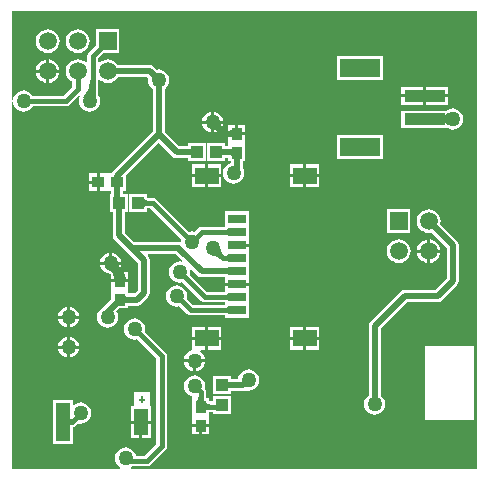
<source format=gbl>
%FSLAX24Y24*%
%MOIN*%
G70*
G01*
G75*
G04 Layer_Physical_Order=2*
G04 Layer_Color=16711680*
%ADD10C,0.0120*%
%ADD11C,0.0200*%
%ADD12C,0.0150*%
%ADD13R,0.0394X0.0374*%
%ADD14O,0.0866X0.0236*%
%ADD15O,0.0236X0.0807*%
%ADD16O,0.0807X0.0236*%
%ADD17O,0.0551X0.0177*%
G04:AMPARAMS|DCode=18|XSize=83mil|YSize=55mil|CornerRadius=13.8mil|HoleSize=0mil|Usage=FLASHONLY|Rotation=180.000|XOffset=0mil|YOffset=0mil|HoleType=Round|Shape=RoundedRectangle|*
%AMROUNDEDRECTD18*
21,1,0.0830,0.0275,0,0,180.0*
21,1,0.0555,0.0550,0,0,180.0*
1,1,0.0275,-0.0278,0.0138*
1,1,0.0275,0.0278,0.0138*
1,1,0.0275,0.0278,-0.0138*
1,1,0.0275,-0.0278,-0.0138*
%
%ADD18ROUNDEDRECTD18*%
%ADD19R,0.0394X0.0394*%
%ADD20R,0.1496X0.0984*%
%ADD21R,0.0551X0.0197*%
%ADD22R,0.0374X0.0394*%
%ADD23R,0.0433X0.0236*%
G04:AMPARAMS|DCode=24|XSize=94.5mil|YSize=59.1mil|CornerRadius=14.8mil|HoleSize=0mil|Usage=FLASHONLY|Rotation=0.000|XOffset=0mil|YOffset=0mil|HoleType=Round|Shape=RoundedRectangle|*
%AMROUNDEDRECTD24*
21,1,0.0945,0.0295,0,0,0.0*
21,1,0.0650,0.0591,0,0,0.0*
1,1,0.0295,0.0325,-0.0148*
1,1,0.0295,-0.0325,-0.0148*
1,1,0.0295,-0.0325,0.0148*
1,1,0.0295,0.0325,0.0148*
%
%ADD24ROUNDEDRECTD24*%
%ADD25R,0.0512X0.0276*%
%ADD26R,0.0394X0.0394*%
%ADD27R,0.0472X0.0768*%
%ADD28R,0.0591X0.0591*%
%ADD29C,0.0591*%
%ADD30R,0.0591X0.0591*%
%ADD31C,0.0500*%
%ADD32R,0.0472X0.0866*%
%ADD33R,0.0472X0.1260*%
%ADD34R,0.1339X0.0591*%
%ADD35R,0.1378X0.0394*%
%ADD36R,0.0787X0.0571*%
%ADD37R,0.0591X0.0315*%
G36*
X15600Y100D02*
X4097D01*
X4086Y131D01*
X4115Y172D01*
X4600D01*
X4668Y185D01*
X4726Y224D01*
X5226Y724D01*
X5226Y724D01*
X5246Y753D01*
X5265Y782D01*
X5278Y850D01*
X5278Y850D01*
Y3850D01*
X5265Y3918D01*
X5226Y3976D01*
X4541Y4661D01*
X4553Y4750D01*
X4541Y4841D01*
X4506Y4927D01*
X4450Y5000D01*
X4377Y5056D01*
X4291Y5091D01*
X4200Y5103D01*
X4109Y5091D01*
X4023Y5056D01*
X3950Y5000D01*
X3894Y4927D01*
X3859Y4841D01*
X3847Y4750D01*
X3859Y4659D01*
X3894Y4573D01*
X3950Y4500D01*
X4023Y4444D01*
X4109Y4409D01*
X4200Y4397D01*
X4289Y4409D01*
X4922Y3776D01*
Y924D01*
X4526Y528D01*
X4243D01*
X4241Y541D01*
X4206Y627D01*
X4150Y700D01*
X4077Y756D01*
X3991Y791D01*
X3900Y803D01*
X3809Y791D01*
X3723Y756D01*
X3650Y700D01*
X3594Y627D01*
X3559Y541D01*
X3547Y450D01*
X3559Y359D01*
X3594Y273D01*
X3650Y200D01*
X3719Y147D01*
X3703Y100D01*
X100D01*
Y12325D01*
X106Y12325D01*
Y12325D01*
X150Y12328D01*
X159Y12259D01*
X194Y12173D01*
X250Y12100D01*
X323Y12044D01*
X409Y12009D01*
X500Y11997D01*
X591Y12009D01*
X677Y12044D01*
X750Y12100D01*
X804Y12172D01*
X1900D01*
X1968Y12185D01*
X2026Y12224D01*
X2350Y12548D01*
X2392Y12520D01*
X2359Y12441D01*
X2347Y12350D01*
X2359Y12259D01*
X2394Y12173D01*
X2450Y12100D01*
X2523Y12044D01*
X2609Y12009D01*
X2700Y11997D01*
X2791Y12009D01*
X2877Y12044D01*
X2950Y12100D01*
X3006Y12173D01*
X3041Y12259D01*
X3053Y12350D01*
X3041Y12441D01*
X3006Y12527D01*
X2978Y12562D01*
Y12640D01*
X2980Y12652D01*
X2978D01*
Y13003D01*
X2980Y13014D01*
X2978D01*
Y13042D01*
X3023Y13064D01*
X3101Y13005D01*
X3197Y12965D01*
X3300Y12951D01*
X3403Y12965D01*
X3499Y13005D01*
X3582Y13068D01*
X3642Y13146D01*
X4616D01*
X4654Y13107D01*
X4647Y13050D01*
X4659Y12959D01*
X4694Y12873D01*
X4750Y12800D01*
X4796Y12765D01*
Y11334D01*
X3471Y10009D01*
X3427Y9943D01*
X3425Y9937D01*
X3318D01*
D01*
D01*
X3318Y9937D01*
X3282D01*
Y9937D01*
X3035D01*
Y9650D01*
Y9363D01*
X3282D01*
Y9363D01*
X3282D01*
X3282Y9363D01*
X3318D01*
Y9363D01*
X3411D01*
Y9247D01*
X3378D01*
Y8653D01*
X3471D01*
Y7875D01*
X3471Y7875D01*
X3471D01*
X3487Y7797D01*
X3531Y7731D01*
X3956Y7306D01*
X3956D01*
X3956Y7306D01*
X4296Y6966D01*
Y6034D01*
X4201Y5939D01*
X3987D01*
Y6032D01*
D01*
Y6032D01*
X3987Y6032D01*
Y6068D01*
X3987D01*
Y6315D01*
X3413D01*
Y6068D01*
X3413Y6068D01*
X3413Y6032D01*
X3413D01*
Y5736D01*
X3156Y5479D01*
X3146Y5465D01*
X3123Y5456D01*
X3050Y5400D01*
X2994Y5327D01*
X2959Y5241D01*
X2947Y5150D01*
X2959Y5059D01*
X2994Y4973D01*
X3050Y4900D01*
X3123Y4844D01*
X3209Y4809D01*
X3300Y4797D01*
X3391Y4809D01*
X3477Y4844D01*
X3550Y4900D01*
X3606Y4973D01*
X3641Y5059D01*
X3653Y5150D01*
X3641Y5241D01*
X3606Y5327D01*
X3594Y5341D01*
X3692Y5438D01*
X3987D01*
Y5531D01*
X4285D01*
X4363Y5547D01*
X4429Y5591D01*
X4644Y5806D01*
X4688Y5872D01*
X4704Y5950D01*
Y7050D01*
X4688Y7128D01*
X4644Y7194D01*
X4638Y7200D01*
X4658Y7246D01*
X5579D01*
X5786Y7039D01*
X5764Y6995D01*
X5700Y7003D01*
X5609Y6991D01*
X5523Y6956D01*
X5450Y6900D01*
X5394Y6827D01*
X5359Y6741D01*
X5347Y6650D01*
X5359Y6559D01*
X5394Y6473D01*
X5450Y6400D01*
X5523Y6344D01*
X5609Y6309D01*
X5700Y6297D01*
X5789Y6309D01*
X6406Y5692D01*
X6464Y5653D01*
X6532Y5640D01*
X7228D01*
Y5563D01*
X6139D01*
X5941Y5761D01*
X5953Y5850D01*
X5941Y5941D01*
X5906Y6027D01*
X5850Y6100D01*
X5777Y6156D01*
X5691Y6191D01*
X5600Y6203D01*
X5509Y6191D01*
X5423Y6156D01*
X5350Y6100D01*
X5294Y6027D01*
X5259Y5941D01*
X5247Y5850D01*
X5259Y5759D01*
X5294Y5673D01*
X5350Y5600D01*
X5423Y5544D01*
X5509Y5509D01*
X5600Y5497D01*
X5689Y5509D01*
X5939Y5259D01*
X5997Y5220D01*
X6065Y5207D01*
X7228D01*
Y5128D01*
X8019D01*
Y5561D01*
Y5994D01*
Y6201D01*
X7228D01*
Y6076D01*
Y5997D01*
X6606D01*
X6041Y6561D01*
X6053Y6650D01*
X6045Y6714D01*
X6089Y6736D01*
X6285Y6540D01*
X6351Y6496D01*
X6429Y6480D01*
X7228D01*
Y6427D01*
Y6301D01*
X8019D01*
Y6427D01*
Y6860D01*
Y7293D01*
Y7500D01*
X7624D01*
Y7600D01*
X8019D01*
Y7726D01*
Y8159D01*
Y8674D01*
X7228D01*
Y8162D01*
X6433D01*
X6365Y8148D01*
X6307Y8110D01*
X6307Y8110D01*
X6189Y7991D01*
X6100Y8003D01*
X6011Y7991D01*
X4926Y9076D01*
X4868Y9115D01*
X4800Y9128D01*
X4622D01*
Y9247D01*
X4028D01*
Y8653D01*
X4622D01*
Y8772D01*
X4726D01*
X5759Y7739D01*
X5751Y7677D01*
X5710Y7648D01*
X5682Y7654D01*
X4184D01*
X3879Y7959D01*
Y8653D01*
X3972D01*
Y9247D01*
X3819D01*
Y9363D01*
X3912D01*
Y9873D01*
X5000Y10962D01*
X5456Y10506D01*
X5522Y10462D01*
X5600Y10446D01*
X5978D01*
Y10353D01*
X6572D01*
Y10947D01*
X5978D01*
Y10854D01*
X5684D01*
X5204Y11334D01*
Y12765D01*
X5250Y12800D01*
X5306Y12873D01*
X5341Y12959D01*
X5353Y13050D01*
X5341Y13141D01*
X5306Y13227D01*
X5250Y13300D01*
X5177Y13356D01*
X5091Y13391D01*
X5000Y13403D01*
X4943Y13396D01*
X4844Y13494D01*
X4778Y13538D01*
X4700Y13554D01*
X3642D01*
X3582Y13632D01*
X3499Y13695D01*
X3403Y13735D01*
X3300Y13749D01*
X3197Y13735D01*
X3101Y13695D01*
X3023Y13636D01*
X2978Y13658D01*
Y13776D01*
X3157Y13955D01*
X3695D01*
Y14745D01*
X2905D01*
Y14207D01*
X2674Y13976D01*
X2635Y13918D01*
X2622Y13850D01*
Y13658D01*
X2577Y13636D01*
X2499Y13695D01*
X2403Y13735D01*
X2300Y13749D01*
X2197Y13735D01*
X2101Y13695D01*
X2018Y13632D01*
X1955Y13549D01*
X1915Y13453D01*
X1901Y13350D01*
X1915Y13247D01*
X1955Y13151D01*
X2018Y13068D01*
X2101Y13005D01*
X2122Y12996D01*
Y12824D01*
X1826Y12528D01*
X804D01*
X750Y12600D01*
X677Y12656D01*
X591Y12691D01*
X500Y12703D01*
X409Y12691D01*
X323Y12656D01*
X250Y12600D01*
X194Y12527D01*
X159Y12441D01*
X150Y12372D01*
X106Y12375D01*
Y12375D01*
X100Y12375D01*
Y15350D01*
X15600D01*
Y100D01*
D02*
G37*
%LPC*%
G36*
X9818Y4835D02*
X9374D01*
Y4500D01*
X9818D01*
Y4835D01*
D02*
G37*
G36*
X10361D02*
X9918D01*
Y4500D01*
X10361D01*
Y4835D01*
D02*
G37*
G36*
X1950Y5100D02*
X1654D01*
X1659Y5059D01*
X1694Y4973D01*
X1750Y4900D01*
X1823Y4844D01*
X1909Y4809D01*
X1950Y4804D01*
Y5100D01*
D02*
G37*
G36*
X7094Y4835D02*
X6650D01*
Y4500D01*
X7094D01*
Y4835D01*
D02*
G37*
G36*
X2050Y4496D02*
Y4200D01*
X2346D01*
X2341Y4241D01*
X2306Y4327D01*
X2250Y4400D01*
X2177Y4456D01*
X2091Y4491D01*
X2050Y4496D01*
D02*
G37*
G36*
X6550Y4835D02*
X6106D01*
Y4500D01*
X6550D01*
Y4835D01*
D02*
G37*
G36*
X1950Y4496D02*
X1909Y4491D01*
X1823Y4456D01*
X1750Y4400D01*
X1694Y4327D01*
X1659Y4241D01*
X1654Y4200D01*
X1950D01*
Y4496D01*
D02*
G37*
G36*
X2346Y5100D02*
X2050D01*
Y4804D01*
X2091Y4809D01*
X2177Y4844D01*
X2250Y4900D01*
X2306Y4973D01*
X2341Y5059D01*
X2346Y5100D01*
D02*
G37*
G36*
X13950Y7300D02*
X13608D01*
X13615Y7247D01*
X13655Y7151D01*
X13718Y7068D01*
X13801Y7005D01*
X13897Y6965D01*
X13950Y6958D01*
Y7300D01*
D02*
G37*
G36*
X13000Y7749D02*
X12897Y7735D01*
X12801Y7695D01*
X12718Y7632D01*
X12655Y7549D01*
X12615Y7453D01*
X12601Y7350D01*
X12615Y7247D01*
X12655Y7151D01*
X12718Y7068D01*
X12801Y7005D01*
X12897Y6965D01*
X13000Y6951D01*
X13103Y6965D01*
X13199Y7005D01*
X13282Y7068D01*
X13345Y7151D01*
X13385Y7247D01*
X13399Y7350D01*
X13385Y7453D01*
X13345Y7549D01*
X13282Y7632D01*
X13199Y7695D01*
X13103Y7735D01*
X13000Y7749D01*
D02*
G37*
G36*
X3350Y7296D02*
X3309Y7291D01*
X3223Y7256D01*
X3150Y7200D01*
X3094Y7127D01*
X3059Y7041D01*
X3054Y7000D01*
X3350D01*
Y7296D01*
D02*
G37*
G36*
X14392Y7300D02*
X14050D01*
Y6958D01*
X14103Y6965D01*
X14199Y7005D01*
X14282Y7068D01*
X14345Y7151D01*
X14385Y7247D01*
X14392Y7300D01*
D02*
G37*
G36*
X2050Y5496D02*
Y5200D01*
X2346D01*
X2341Y5241D01*
X2306Y5327D01*
X2250Y5400D01*
X2177Y5456D01*
X2091Y5491D01*
X2050Y5496D01*
D02*
G37*
G36*
X1950D02*
X1909Y5491D01*
X1823Y5456D01*
X1750Y5400D01*
X1694Y5327D01*
X1659Y5241D01*
X1654Y5200D01*
X1950D01*
Y5496D01*
D02*
G37*
G36*
X3746Y6900D02*
X3054D01*
X3059Y6859D01*
X3094Y6773D01*
X3150Y6700D01*
X3223Y6644D01*
X3309Y6609D01*
X3400Y6597D01*
X3413Y6586D01*
Y6415D01*
X3987D01*
Y6662D01*
X3677D01*
X3654Y6707D01*
X3706Y6773D01*
X3741Y6859D01*
X3746Y6900D01*
D02*
G37*
G36*
X14000Y8749D02*
X13897Y8735D01*
X13801Y8695D01*
X13718Y8632D01*
X13655Y8549D01*
X13615Y8453D01*
X13601Y8350D01*
X13615Y8247D01*
X13655Y8151D01*
X13718Y8068D01*
X13801Y8005D01*
X13897Y7965D01*
X14000Y7951D01*
X14097Y7964D01*
X14596Y7466D01*
Y6434D01*
X14216Y6054D01*
X13200D01*
X13200Y6054D01*
X13122Y6038D01*
X13056Y5994D01*
X13056Y5994D01*
X12056Y4994D01*
X12012Y4928D01*
X11996Y4850D01*
Y2535D01*
X11950Y2500D01*
X11894Y2427D01*
X11859Y2341D01*
X11847Y2250D01*
X11859Y2159D01*
X11894Y2073D01*
X11950Y2000D01*
X12023Y1944D01*
X12109Y1909D01*
X12200Y1897D01*
X12291Y1909D01*
X12377Y1944D01*
X12450Y2000D01*
X12506Y2073D01*
X12541Y2159D01*
X12553Y2250D01*
X12541Y2341D01*
X12506Y2427D01*
X12450Y2500D01*
X12404Y2535D01*
Y4766D01*
X13284Y5646D01*
X14300D01*
X14378Y5662D01*
X14444Y5706D01*
X14444Y5706D01*
X14444Y5706D01*
X14944Y6206D01*
X14988Y6272D01*
X15004Y6350D01*
X15004Y6350D01*
X15004Y6350D01*
Y6350D01*
Y7550D01*
X14988Y7628D01*
X14944Y7694D01*
X14386Y8253D01*
X14399Y8350D01*
X14385Y8453D01*
X14345Y8549D01*
X14282Y8632D01*
X14199Y8695D01*
X14103Y8735D01*
X14000Y8749D01*
D02*
G37*
G36*
X4707Y2656D02*
X4180D01*
Y2183D01*
X4063D01*
Y1700D01*
X4735D01*
Y2183D01*
X4707D01*
Y2656D01*
D02*
G37*
G36*
X2137Y2380D02*
X1465D01*
Y920D01*
X2137D01*
Y1479D01*
X2168Y1485D01*
X2226Y1524D01*
X2311Y1609D01*
X2400Y1597D01*
X2491Y1609D01*
X2577Y1644D01*
X2650Y1700D01*
X2706Y1773D01*
X2741Y1859D01*
X2753Y1950D01*
X2741Y2041D01*
X2706Y2127D01*
X2650Y2200D01*
X2577Y2256D01*
X2491Y2291D01*
X2400Y2303D01*
X2309Y2291D01*
X2223Y2256D01*
X2182Y2224D01*
X2137Y2246D01*
Y2380D01*
D02*
G37*
G36*
X6200Y3203D02*
X6109Y3191D01*
X6023Y3156D01*
X5950Y3100D01*
X5894Y3027D01*
X5859Y2941D01*
X5847Y2850D01*
X5859Y2759D01*
X5894Y2673D01*
X5950Y2600D01*
X6023Y2544D01*
X6109Y2509D01*
X6113Y2508D01*
Y2462D01*
X6113D01*
Y1868D01*
X6113Y1868D01*
X6113Y1832D01*
X6113D01*
Y1585D01*
X6687D01*
Y1832D01*
D01*
Y1832D01*
X6687Y1832D01*
Y1868D01*
X6687D01*
Y1987D01*
X6803D01*
Y1928D01*
X7397D01*
Y2522D01*
X6803D01*
Y2343D01*
X6687D01*
Y2462D01*
X6578D01*
Y2650D01*
X6578Y2650D01*
X6565Y2718D01*
X6546Y2747D01*
X6540Y2756D01*
X6541Y2759D01*
X6553Y2850D01*
X6541Y2941D01*
X6506Y3027D01*
X6450Y3100D01*
X6377Y3156D01*
X6291Y3191D01*
X6200Y3203D01*
D02*
G37*
G36*
X15502Y4192D02*
X13884D01*
Y1708D01*
X15502D01*
Y4192D01*
D02*
G37*
G36*
X4735Y1600D02*
X4449D01*
Y1117D01*
X4735D01*
Y1600D01*
D02*
G37*
G36*
X4349D02*
X4063D01*
Y1117D01*
X4349D01*
Y1600D01*
D02*
G37*
G36*
X6687Y1485D02*
X6450D01*
Y1238D01*
X6687D01*
Y1485D01*
D02*
G37*
G36*
X6350D02*
X6113D01*
Y1238D01*
X6350D01*
Y1485D01*
D02*
G37*
G36*
X8000Y3403D02*
X7909Y3391D01*
X7823Y3356D01*
X7750Y3300D01*
X7694Y3227D01*
X7659Y3141D01*
X7651Y3079D01*
X7397D01*
Y3172D01*
X6803D01*
Y2578D01*
X7397D01*
Y2671D01*
X7825D01*
X7903Y2686D01*
X7932Y2706D01*
X8000Y2697D01*
X8091Y2709D01*
X8177Y2744D01*
X8250Y2800D01*
X8306Y2873D01*
X8341Y2959D01*
X8353Y3050D01*
X8341Y3141D01*
X8306Y3227D01*
X8250Y3300D01*
X8177Y3356D01*
X8091Y3391D01*
X8000Y3403D01*
D02*
G37*
G36*
X7094Y4400D02*
X6650D01*
Y4054D01*
X7094Y4065D01*
X7094D01*
Y4400D01*
D02*
G37*
G36*
X6550D02*
X6106D01*
Y4079D01*
X6106Y4079D01*
X6106Y4079D01*
X6106Y4065D01*
X6109Y4042D01*
X6109Y4041D01*
X6109Y4041D01*
Y4041D01*
Y4041D01*
X6109D01*
D01*
X6023Y4006D01*
X5950Y3950D01*
X5894Y3877D01*
X5859Y3791D01*
X5854Y3750D01*
X6546D01*
X6541Y3791D01*
X6506Y3877D01*
X6450Y3950D01*
X6383Y4000D01*
X6399Y4048D01*
X6550Y4052D01*
Y4400D01*
D02*
G37*
G36*
X10361D02*
X9918D01*
Y4065D01*
X10361D01*
Y4400D01*
D02*
G37*
G36*
X9818D02*
X9374D01*
Y4065D01*
X9818D01*
Y4400D01*
D02*
G37*
G36*
X6546Y3650D02*
X6250D01*
Y3354D01*
X6291Y3359D01*
X6377Y3394D01*
X6450Y3450D01*
X6506Y3523D01*
X6541Y3609D01*
X6546Y3650D01*
D02*
G37*
G36*
X6150D02*
X5854D01*
X5859Y3609D01*
X5894Y3523D01*
X5950Y3450D01*
X6023Y3394D01*
X6109Y3359D01*
X6150Y3354D01*
Y3650D01*
D02*
G37*
G36*
X2346Y4100D02*
X2050D01*
Y3804D01*
X2091Y3809D01*
X2177Y3844D01*
X2250Y3900D01*
X2306Y3973D01*
X2341Y4059D01*
X2346Y4100D01*
D02*
G37*
G36*
X1950D02*
X1654D01*
X1659Y4059D01*
X1694Y3973D01*
X1750Y3900D01*
X1823Y3844D01*
X1909Y3809D01*
X1950Y3804D01*
Y4100D01*
D02*
G37*
G36*
X3450Y7296D02*
Y7000D01*
X3746D01*
X3741Y7041D01*
X3706Y7127D01*
X3650Y7200D01*
X3577Y7256D01*
X3491Y7291D01*
X3450Y7296D01*
D02*
G37*
G36*
X13815Y12475D02*
X13076D01*
Y12228D01*
X13815D01*
Y12475D01*
D02*
G37*
G36*
X6850Y11996D02*
Y11700D01*
X7146D01*
X7141Y11741D01*
X7106Y11827D01*
X7050Y11900D01*
X6977Y11956D01*
X6891Y11991D01*
X6850Y11996D01*
D02*
G37*
G36*
X13815Y12822D02*
X13076D01*
Y12575D01*
X13815D01*
Y12822D01*
D02*
G37*
G36*
X14654Y12475D02*
X13915D01*
Y12228D01*
X14654D01*
Y12475D01*
D02*
G37*
G36*
X7887Y11562D02*
X7650D01*
Y11315D01*
X7887D01*
Y11562D01*
D02*
G37*
G36*
X7550D02*
X7313D01*
Y11315D01*
X7550D01*
Y11562D01*
D02*
G37*
G36*
X6750Y11996D02*
X6709Y11991D01*
X6623Y11956D01*
X6550Y11900D01*
X6494Y11827D01*
X6459Y11741D01*
X6454Y11700D01*
X6750D01*
Y11996D01*
D02*
G37*
G36*
X14800Y12103D02*
X14709Y12091D01*
X14623Y12056D01*
X14596Y12034D01*
X13076D01*
Y11441D01*
X14632D01*
X14709Y11409D01*
X14800Y11397D01*
X14891Y11409D01*
X14977Y11444D01*
X15050Y11500D01*
X15106Y11573D01*
X15141Y11659D01*
X15153Y11750D01*
X15141Y11841D01*
X15106Y11927D01*
X15050Y12000D01*
X14977Y12056D01*
X14891Y12091D01*
X14800Y12103D01*
D02*
G37*
G36*
X1350Y13742D02*
Y13400D01*
X1692D01*
X1685Y13453D01*
X1645Y13549D01*
X1582Y13632D01*
X1499Y13695D01*
X1403Y13735D01*
X1350Y13742D01*
D02*
G37*
G36*
X1250D02*
X1197Y13735D01*
X1101Y13695D01*
X1018Y13632D01*
X955Y13549D01*
X915Y13453D01*
X908Y13400D01*
X1250D01*
Y13742D01*
D02*
G37*
G36*
X2300Y14749D02*
X2197Y14735D01*
X2101Y14695D01*
X2018Y14632D01*
X1955Y14549D01*
X1915Y14453D01*
X1901Y14350D01*
X1915Y14247D01*
X1955Y14151D01*
X2018Y14068D01*
X2101Y14005D01*
X2197Y13965D01*
X2300Y13951D01*
X2403Y13965D01*
X2499Y14005D01*
X2582Y14068D01*
X2645Y14151D01*
X2685Y14247D01*
X2699Y14350D01*
X2685Y14453D01*
X2645Y14549D01*
X2582Y14632D01*
X2499Y14695D01*
X2403Y14735D01*
X2300Y14749D01*
D02*
G37*
G36*
X1300D02*
X1197Y14735D01*
X1101Y14695D01*
X1018Y14632D01*
X955Y14549D01*
X915Y14453D01*
X901Y14350D01*
X915Y14247D01*
X955Y14151D01*
X1018Y14068D01*
X1101Y14005D01*
X1197Y13965D01*
X1300Y13951D01*
X1403Y13965D01*
X1499Y14005D01*
X1582Y14068D01*
X1645Y14151D01*
X1685Y14247D01*
X1699Y14350D01*
X1685Y14453D01*
X1645Y14549D01*
X1582Y14632D01*
X1499Y14695D01*
X1403Y14735D01*
X1300Y14749D01*
D02*
G37*
G36*
X1250Y13300D02*
X908D01*
X915Y13247D01*
X955Y13151D01*
X1018Y13068D01*
X1101Y13005D01*
X1197Y12965D01*
X1250Y12958D01*
Y13300D01*
D02*
G37*
G36*
X14654Y12822D02*
X13915D01*
Y12575D01*
X14654D01*
Y12822D01*
D02*
G37*
G36*
X12469Y13845D02*
X10931D01*
Y13055D01*
X12469D01*
Y13845D01*
D02*
G37*
G36*
X1692Y13300D02*
X1350D01*
Y12958D01*
X1403Y12965D01*
X1499Y13005D01*
X1582Y13068D01*
X1645Y13151D01*
X1685Y13247D01*
X1692Y13300D01*
D02*
G37*
G36*
X7146Y11600D02*
X6850D01*
Y11304D01*
X6891Y11309D01*
X6977Y11344D01*
X7050Y11400D01*
X7106Y11473D01*
X7141Y11559D01*
X7146Y11600D01*
D02*
G37*
G36*
X7094Y9813D02*
X6650D01*
Y9478D01*
X7094D01*
Y9813D01*
D02*
G37*
G36*
X6550D02*
X6106D01*
Y9478D01*
X6550D01*
Y9813D01*
D02*
G37*
G36*
X10361D02*
X9918D01*
Y9478D01*
X10361D01*
Y9813D01*
D02*
G37*
G36*
X9818D02*
X9374D01*
Y9478D01*
X9818D01*
Y9813D01*
D02*
G37*
G36*
X14050Y7742D02*
Y7400D01*
X14392D01*
X14385Y7453D01*
X14345Y7549D01*
X14282Y7632D01*
X14199Y7695D01*
X14103Y7735D01*
X14050Y7742D01*
D02*
G37*
G36*
X13950D02*
X13897Y7735D01*
X13801Y7695D01*
X13718Y7632D01*
X13655Y7549D01*
X13615Y7453D01*
X13608Y7400D01*
X13950D01*
Y7742D01*
D02*
G37*
G36*
X2935Y9600D02*
X2688D01*
Y9363D01*
X2935D01*
Y9600D01*
D02*
G37*
G36*
X13395Y8745D02*
X12605D01*
Y7955D01*
X13395D01*
Y8745D01*
D02*
G37*
G36*
X12469Y11207D02*
X10931D01*
Y10417D01*
X12469D01*
Y11207D01*
D02*
G37*
G36*
X10361Y10249D02*
X9918D01*
Y9913D01*
X10361D01*
Y10249D01*
D02*
G37*
G36*
X6750Y11600D02*
X6454D01*
X6459Y11559D01*
X6494Y11473D01*
X6550Y11400D01*
X6623Y11344D01*
X6709Y11309D01*
X6750Y11304D01*
Y11600D01*
D02*
G37*
G36*
X7887Y11215D02*
X7313D01*
Y10968D01*
X7313Y10968D01*
X7313Y10932D01*
X7313D01*
Y10854D01*
X7222D01*
Y10947D01*
X6628D01*
Y10353D01*
X7222D01*
Y10446D01*
X7313D01*
Y10338D01*
X7396D01*
Y10286D01*
X7323Y10256D01*
X7250Y10200D01*
X7194Y10127D01*
X7159Y10041D01*
X7147Y9950D01*
X7159Y9859D01*
X7194Y9773D01*
X7250Y9700D01*
X7323Y9644D01*
X7409Y9609D01*
X7500Y9597D01*
X7591Y9609D01*
X7677Y9644D01*
X7750Y9700D01*
X7806Y9773D01*
X7841Y9859D01*
X7853Y9950D01*
X7841Y10041D01*
X7806Y10127D01*
X7804Y10129D01*
Y10338D01*
X7887D01*
Y10932D01*
D01*
Y10932D01*
X7887Y10932D01*
Y10968D01*
X7887D01*
Y11215D01*
D02*
G37*
G36*
X6550Y10249D02*
X6106D01*
Y9913D01*
X6550D01*
Y10249D01*
D02*
G37*
G36*
X2935Y9937D02*
X2688D01*
Y9700D01*
X2935D01*
Y9937D01*
D02*
G37*
G36*
X9818Y10249D02*
X9374D01*
Y9913D01*
X9818D01*
Y10249D01*
D02*
G37*
G36*
X7094D02*
X6650D01*
Y9913D01*
X7094D01*
Y10249D01*
D02*
G37*
%LPD*%
G36*
X4477Y2426D02*
X4557D01*
Y2359D01*
X4477D01*
Y2279D01*
X4410D01*
Y2359D01*
X4330D01*
Y2426D01*
X4410D01*
Y2506D01*
X4477D01*
Y2426D01*
D02*
G37*
D11*
X3675Y8716D02*
G03*
X3607Y8882I-234J0D01*
G01*
X3744D02*
G03*
X3675Y8716I165J-165D01*
G01*
X7334Y2875D02*
G03*
X7168Y2806I0J-234D01*
G01*
Y2943D02*
G03*
X7334Y2875I165J165D01*
G01*
X7159Y10650D02*
G03*
X6993Y10582I0J-234D01*
G01*
Y10718D02*
G03*
X7159Y10650I165J165D01*
G01*
X6041D02*
G03*
X6207Y10718I0J234D01*
G01*
Y10582D02*
G03*
X6041Y10650I-165J-165D01*
G01*
X7600Y10415D02*
G03*
X7538Y10564I-210J0D01*
G01*
X7662D02*
G03*
X7600Y10415I149J-149D01*
G01*
X7402Y10650D02*
G03*
X7538Y10706I0J193D01*
G01*
Y10583D02*
G03*
X7378Y10650I-161J-161D01*
G01*
X3910Y5735D02*
G03*
X3762Y5674I0J-210D01*
G01*
Y5797D02*
G03*
X3910Y5735I149J149D01*
G01*
X3700Y6585D02*
G03*
X3762Y6436I210J0D01*
G01*
X3638D02*
G03*
X3700Y6585I-149J149D01*
G01*
X3613Y6381D02*
G03*
X3400Y6950I-732J50D01*
G01*
X3813Y6367D02*
G03*
X3711Y6639I-350J24D01*
G01*
X3615Y9860D02*
G03*
X3676Y9712I210J0D01*
G01*
X3553D02*
G03*
X3615Y9860I-149J149D01*
G01*
Y9440D02*
G03*
X3553Y9588I-210J0D01*
G01*
X3676D02*
G03*
X3615Y9440I149J-149D01*
G01*
X3656Y6694D02*
G03*
X3400Y6800I-256J-256D01*
G01*
X3550Y6950D02*
G03*
X3656Y6694I362J0D01*
G01*
X3581Y6636D02*
G03*
X3361Y6805I-314J-181D01*
G01*
X3545Y6911D02*
G03*
X3581Y6636I350J-94D01*
G01*
X12200Y4850D02*
X13200Y5850D01*
X14300D01*
X14800Y6350D01*
Y7550D01*
X14000Y8350D02*
X14800Y7550D01*
X3300Y13350D02*
X4700D01*
X5000Y13050D01*
X3300Y5150D02*
Y5335D01*
X3700Y5735D01*
Y6365D02*
Y6650D01*
X3400Y6950D02*
X3700Y6650D01*
X4285Y5735D02*
X4500Y5950D01*
X3700Y5735D02*
X4285D01*
X3615Y9865D02*
X5000Y11250D01*
X3615Y9650D02*
Y9865D01*
X5000Y11250D02*
Y13050D01*
X4500Y5950D02*
Y7050D01*
X3675Y7875D02*
Y8950D01*
Y7875D02*
X4100Y7450D01*
X4500Y7050D01*
X3615Y9010D02*
Y9650D01*
Y9010D02*
X3675Y8950D01*
X5000Y11250D02*
X5600Y10650D01*
X6275D01*
X6925D02*
X7585D01*
X7600Y10635D01*
Y10050D02*
Y10635D01*
X7500Y9950D02*
X7600Y10050D01*
X12200Y2350D02*
Y4850D01*
X5682Y7432D02*
X6429Y6684D01*
X7624D01*
X4100Y7450D02*
X5682D01*
X7100Y2875D02*
X7825D01*
X8000Y3050D01*
D12*
X4619Y8950D02*
G03*
X4411Y8864I0J-294D01*
G01*
Y9036D02*
G03*
X4619Y8950I208J208D01*
G01*
X7287Y7983D02*
G03*
X7427Y8042I0J199D01*
G01*
Y7925D02*
G03*
X7287Y7983I-141J-141D01*
G01*
Y7117D02*
G03*
X7427Y7176I0J199D01*
G01*
Y7059D02*
G03*
X7287Y7117I-141J-141D01*
G01*
Y5818D02*
G03*
X7427Y5876I0J199D01*
G01*
Y5760D02*
G03*
X7287Y5818I-141J-141D01*
G01*
Y5385D02*
G03*
X7427Y5443I0J199D01*
G01*
Y5327D02*
G03*
X7287Y5385I-141J-141D01*
G01*
X14652Y11737D02*
G03*
X14444Y11651I0J-294D01*
G01*
Y11824D02*
G03*
X14652Y11737I208J208D01*
G01*
X7330Y11265D02*
G03*
X7521Y11344I0J270D01*
G01*
Y11186D02*
G03*
X7330Y11265I-191J-191D01*
G01*
X6400Y2445D02*
G03*
X6479Y2254I270J0D01*
G01*
X6321D02*
G03*
X6400Y2445I-191J191D01*
G01*
X6670Y2165D02*
G03*
X6479Y2086I0J-270D01*
G01*
Y2244D02*
G03*
X6670Y2165I191J191D01*
G01*
X2100Y1650D02*
G03*
X1935Y1561I0J-197D01*
G01*
Y1739D02*
G03*
X2100Y1650I165J108D01*
G01*
X14347Y11737D02*
G03*
X14676Y11874I0J465D01*
G01*
Y11626D02*
G03*
X14408Y11737I-268J-268D01*
G01*
X14548Y11710D02*
G03*
X14630Y11793I-30J111D01*
G01*
X14646Y11668D02*
G03*
X14548Y11710I-75J-40D01*
G01*
X7099Y11351D02*
G03*
X6800Y11475I-299J-299D01*
G01*
X6975Y11650D02*
G03*
X7099Y11351I422J0D01*
G01*
X7099Y7151D02*
G03*
X6800Y7275I-299J-299D01*
G01*
X6975Y7450D02*
G03*
X7099Y7151I422J0D01*
G01*
X2576Y12474D02*
G03*
X2800Y13014I-540J540D01*
G01*
X2682Y12368D02*
G03*
X2800Y12652I-284J284D01*
G01*
X6065Y5385D02*
X7624D01*
X5600Y5850D02*
X6065Y5385D01*
X6532Y5818D02*
X7624D01*
X5700Y6650D02*
X6532Y5818D01*
X6100Y7650D02*
X6433Y7983D01*
X7624D01*
X500Y12350D02*
X1900D01*
X2300Y12750D01*
Y13350D01*
X2800Y13850D02*
X3300Y14350D01*
X2800Y12450D02*
Y13850D01*
X2700Y12350D02*
X2800Y12450D01*
X7133Y7117D02*
X7624D01*
X6800Y7450D02*
X7133Y7117D01*
X1801Y1650D02*
X2100D01*
X2400Y1950D01*
X4800Y8950D02*
X6100Y7650D01*
X4325Y8950D02*
X4800D01*
X4200Y4750D02*
X5100Y3850D01*
Y850D02*
Y3850D01*
X4600Y350D02*
X5100Y850D01*
X4000Y350D02*
X4600D01*
X3900Y450D02*
X4000Y350D01*
X6200Y2850D02*
X6400Y2650D01*
Y2165D02*
Y2650D01*
Y2165D02*
X7040D01*
X7100Y2225D01*
X6800Y11650D02*
X7185Y11265D01*
X7600D01*
X13865Y11737D02*
X14787D01*
X14800Y11750D01*
D13*
X3615Y9650D02*
D03*
X2985D02*
D03*
D19*
X7100Y2225D02*
D03*
Y2875D02*
D03*
D22*
X6400Y2165D02*
D03*
Y1535D02*
D03*
X3700Y6365D02*
D03*
Y5735D02*
D03*
X7600Y11265D02*
D03*
Y10635D02*
D03*
D26*
X6275Y10650D02*
D03*
X6925D02*
D03*
X4325Y8950D02*
D03*
X3675D02*
D03*
D28*
X3300Y14350D02*
D03*
D29*
Y13350D02*
D03*
X2300Y14350D02*
D03*
Y13350D02*
D03*
X1300Y14350D02*
D03*
Y13350D02*
D03*
X14000Y7350D02*
D03*
X13000D02*
D03*
X14000Y8350D02*
D03*
D30*
X13000D02*
D03*
D31*
X5600Y5850D02*
D03*
X5700Y6650D02*
D03*
X6100Y7650D02*
D03*
X500Y12350D02*
D03*
X2700D02*
D03*
X5000Y13050D02*
D03*
X3300Y5150D02*
D03*
X3400Y6950D02*
D03*
X6800Y7450D02*
D03*
X2400Y1950D02*
D03*
X4200Y4750D02*
D03*
X3900Y450D02*
D03*
X6200Y2850D02*
D03*
X7500Y9950D02*
D03*
X12200Y2250D02*
D03*
X8000Y3050D02*
D03*
X2000Y5150D02*
D03*
Y4150D02*
D03*
X6800Y11650D02*
D03*
X14800Y11750D02*
D03*
X6200Y3700D02*
D03*
D32*
X4399Y1650D02*
D03*
D33*
X1801D02*
D03*
D34*
X11700Y13450D02*
D03*
Y10812D02*
D03*
D35*
X13865Y12525D02*
D03*
Y11737D02*
D03*
D36*
X6600Y9863D02*
D03*
Y4450D02*
D03*
X9868D02*
D03*
Y9863D02*
D03*
D37*
X7624Y5385D02*
D03*
Y5818D02*
D03*
Y6251D02*
D03*
Y6684D02*
D03*
Y7117D02*
D03*
Y7550D02*
D03*
Y7983D02*
D03*
Y8417D02*
D03*
M02*

</source>
